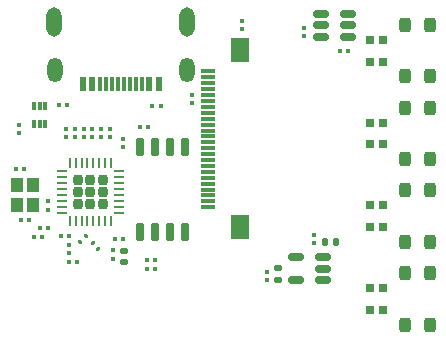
<source format=gbr>
%TF.GenerationSoftware,KiCad,Pcbnew,7.0.10*%
%TF.CreationDate,2024-04-07T01:49:58-04:00*%
%TF.ProjectId,pixie-rev-4,70697869-652d-4726-9576-2d342e6b6963,rev?*%
%TF.SameCoordinates,Original*%
%TF.FileFunction,Paste,Top*%
%TF.FilePolarity,Positive*%
%FSLAX46Y46*%
G04 Gerber Fmt 4.6, Leading zero omitted, Abs format (unit mm)*
G04 Created by KiCad (PCBNEW 7.0.10) date 2024-04-07 01:49:58*
%MOMM*%
%LPD*%
G01*
G04 APERTURE LIST*
G04 Aperture macros list*
%AMRoundRect*
0 Rectangle with rounded corners*
0 $1 Rounding radius*
0 $2 $3 $4 $5 $6 $7 $8 $9 X,Y pos of 4 corners*
0 Add a 4 corners polygon primitive as box body*
4,1,4,$2,$3,$4,$5,$6,$7,$8,$9,$2,$3,0*
0 Add four circle primitives for the rounded corners*
1,1,$1+$1,$2,$3*
1,1,$1+$1,$4,$5*
1,1,$1+$1,$6,$7*
1,1,$1+$1,$8,$9*
0 Add four rect primitives between the rounded corners*
20,1,$1+$1,$2,$3,$4,$5,0*
20,1,$1+$1,$4,$5,$6,$7,0*
20,1,$1+$1,$6,$7,$8,$9,0*
20,1,$1+$1,$8,$9,$2,$3,0*%
G04 Aperture macros list end*
%ADD10RoundRect,0.079500X-0.100500X0.079500X-0.100500X-0.079500X0.100500X-0.079500X0.100500X0.079500X0*%
%ADD11RoundRect,0.079500X0.079500X0.100500X-0.079500X0.100500X-0.079500X-0.100500X0.079500X-0.100500X0*%
%ADD12RoundRect,0.079500X-0.127279X-0.014849X-0.014849X-0.127279X0.127279X0.014849X0.014849X0.127279X0*%
%ADD13RoundRect,0.079500X-0.014849X0.127279X-0.127279X0.014849X0.014849X-0.127279X0.127279X-0.014849X0*%
%ADD14RoundRect,0.237500X-0.237500X0.387500X-0.237500X-0.387500X0.237500X-0.387500X0.237500X0.387500X0*%
%ADD15R,0.600000X1.160000*%
%ADD16R,0.300000X1.160000*%
%ADD17O,1.300000X2.100000*%
%ADD18O,1.300000X2.500000*%
%ADD19RoundRect,0.079500X0.100500X-0.079500X0.100500X0.079500X-0.100500X0.079500X-0.100500X-0.079500X0*%
%ADD20RoundRect,0.140000X-0.170000X0.140000X-0.170000X-0.140000X0.170000X-0.140000X0.170000X0.140000X0*%
%ADD21R,0.700000X0.700000*%
%ADD22RoundRect,0.079500X-0.079500X-0.100500X0.079500X-0.100500X0.079500X0.100500X-0.079500X0.100500X0*%
%ADD23R,1.300000X0.300000*%
%ADD24R,1.600000X2.000000*%
%ADD25R,0.340000X0.700000*%
%ADD26RoundRect,0.207500X0.207500X-0.207500X0.207500X0.207500X-0.207500X0.207500X-0.207500X-0.207500X0*%
%ADD27RoundRect,0.062500X0.062500X-0.375000X0.062500X0.375000X-0.062500X0.375000X-0.062500X-0.375000X0*%
%ADD28RoundRect,0.062500X0.375000X-0.062500X0.375000X0.062500X-0.375000X0.062500X-0.375000X-0.062500X0*%
%ADD29RoundRect,0.140000X0.170000X-0.140000X0.170000X0.140000X-0.170000X0.140000X-0.170000X-0.140000X0*%
%ADD30RoundRect,0.150000X0.150000X-0.650000X0.150000X0.650000X-0.150000X0.650000X-0.150000X-0.650000X0*%
%ADD31RoundRect,0.140000X-0.140000X-0.170000X0.140000X-0.170000X0.140000X0.170000X-0.140000X0.170000X0*%
%ADD32RoundRect,0.150000X0.512500X0.150000X-0.512500X0.150000X-0.512500X-0.150000X0.512500X-0.150000X0*%
%ADD33R,1.000000X1.150000*%
G04 APERTURE END LIST*
D10*
%TO.C,C13*%
X109700000Y-91400000D03*
X109700000Y-92090000D03*
%TD*%
D11*
%TO.C,C15*%
X110570000Y-90475000D03*
X109880000Y-90475000D03*
%TD*%
D12*
%TO.C,L2*%
X107982322Y-90782322D03*
X108470226Y-91270226D03*
%TD*%
D11*
%TO.C,C9*%
X102600000Y-88850000D03*
X101910000Y-88850000D03*
%TD*%
D13*
%TO.C,C11*%
X107443952Y-90206048D03*
X106956048Y-90693952D03*
%TD*%
D14*
%TO.C,SW3*%
X136575000Y-86325000D03*
X136575000Y-90675000D03*
X134425000Y-86325000D03*
X134425000Y-90675000D03*
%TD*%
D15*
%TO.C,J1*%
X113580000Y-77280000D03*
X112780000Y-77280000D03*
D16*
X111630000Y-77280000D03*
X110630000Y-77280000D03*
X110130000Y-77280000D03*
X109130000Y-77280000D03*
D15*
X107980000Y-77280000D03*
X107180000Y-77280000D03*
X107180000Y-77280000D03*
X107980000Y-77280000D03*
D16*
X108630000Y-77280000D03*
X109630000Y-77280000D03*
X111130000Y-77280000D03*
X112130000Y-77280000D03*
D15*
X112780000Y-77280000D03*
X113580000Y-77280000D03*
D17*
X115980000Y-76100000D03*
D18*
X116000000Y-72100000D03*
D17*
X104780000Y-76100000D03*
D18*
X104760000Y-72100000D03*
%TD*%
D11*
%TO.C,C12*%
X104250000Y-89525000D03*
X103560000Y-89525000D03*
%TD*%
D10*
%TO.C,R7*%
X105725000Y-81130000D03*
X105725000Y-81820000D03*
%TD*%
D11*
%TO.C,C7*%
X113245000Y-93000000D03*
X112555000Y-93000000D03*
%TD*%
D19*
%TO.C,C3*%
X122750000Y-93945000D03*
X122750000Y-93255000D03*
%TD*%
D10*
%TO.C,C18*%
X116400000Y-78260000D03*
X116400000Y-78950000D03*
%TD*%
D11*
%TO.C,R2*%
X113750000Y-79175000D03*
X113060000Y-79175000D03*
%TD*%
D14*
%TO.C,SW1*%
X136575000Y-72325000D03*
X136575000Y-76675000D03*
X134425000Y-72325000D03*
X134425000Y-76675000D03*
%TD*%
D20*
%TO.C,C17*%
X110625000Y-91450000D03*
X110625000Y-92410000D03*
%TD*%
D21*
%TO.C,D2*%
X131500000Y-82410000D03*
X132600000Y-82410000D03*
X132600000Y-80580000D03*
X131500000Y-80580000D03*
%TD*%
D10*
%TO.C,R8*%
X109475000Y-81135000D03*
X109475000Y-81825000D03*
%TD*%
%TO.C,R9*%
X106475000Y-81135000D03*
X106475000Y-81825000D03*
%TD*%
D22*
%TO.C,R1*%
X105105000Y-79100000D03*
X105795000Y-79100000D03*
%TD*%
D19*
%TO.C,R11*%
X101750000Y-81475000D03*
X101750000Y-80785000D03*
%TD*%
D10*
%TO.C,R5*%
X107975000Y-81135000D03*
X107975000Y-81825000D03*
%TD*%
D11*
%TO.C,C14*%
X103725000Y-90300000D03*
X103035000Y-90300000D03*
%TD*%
D23*
%TO.C,J2*%
X117750000Y-87750000D03*
X117750000Y-87250000D03*
X117750000Y-86750000D03*
X117750000Y-86250000D03*
X117750000Y-85750000D03*
X117750000Y-85250000D03*
X117750000Y-84750000D03*
X117750000Y-84250000D03*
X117750000Y-83750000D03*
X117750000Y-83250000D03*
X117750000Y-82750000D03*
X117750000Y-82250000D03*
X117750000Y-81750000D03*
X117750000Y-81250000D03*
X117750000Y-80750000D03*
X117750000Y-80250000D03*
X117750000Y-79750000D03*
X117750000Y-79250000D03*
X117750000Y-78750000D03*
X117750000Y-78250000D03*
X117750000Y-77750000D03*
X117750000Y-77250000D03*
X117750000Y-76750000D03*
X117750000Y-76250000D03*
D24*
X120450000Y-89450000D03*
X120450000Y-74460000D03*
%TD*%
D22*
%TO.C,C10*%
X111995000Y-80970000D03*
X112685000Y-80970000D03*
%TD*%
D14*
%TO.C,SW2*%
X136575000Y-79325000D03*
X136575000Y-83675000D03*
X134425000Y-79325000D03*
X134425000Y-83675000D03*
%TD*%
D10*
%TO.C,R6*%
X107225000Y-81135000D03*
X107225000Y-81825000D03*
%TD*%
D21*
%TO.C,D4*%
X131500000Y-96410000D03*
X132600000Y-96410000D03*
X132600000Y-94580000D03*
X131500000Y-94580000D03*
%TD*%
D10*
%TO.C,R10*%
X108725000Y-81135000D03*
X108725000Y-81825000D03*
%TD*%
D11*
%TO.C,C20*%
X129600000Y-74550000D03*
X128910000Y-74550000D03*
%TD*%
D19*
%TO.C,R12*%
X120600000Y-72645000D03*
X120600000Y-71955000D03*
%TD*%
D25*
%TO.C,U1*%
X103000000Y-80700000D03*
X103500000Y-80700000D03*
X104000000Y-80700000D03*
X104000000Y-79200000D03*
X103500000Y-79200000D03*
X103000000Y-79200000D03*
%TD*%
D26*
%TO.C,U4*%
X106770000Y-87480000D03*
X107800000Y-87480000D03*
X108830000Y-87480000D03*
X106770000Y-86450000D03*
X107800000Y-86450000D03*
X108830000Y-86450000D03*
X106770000Y-85420000D03*
X107800000Y-85420000D03*
X108830000Y-85420000D03*
D27*
X106050000Y-88887500D03*
X106550000Y-88887500D03*
X107050000Y-88887500D03*
X107550000Y-88887500D03*
X108050000Y-88887500D03*
X108550000Y-88887500D03*
X109050000Y-88887500D03*
X109550000Y-88887500D03*
D28*
X110237500Y-88200000D03*
X110237500Y-87700000D03*
X110237500Y-87200000D03*
X110237500Y-86700000D03*
X110237500Y-86200000D03*
X110237500Y-85700000D03*
X110237500Y-85200000D03*
X110237500Y-84700000D03*
D27*
X109550000Y-84012500D03*
X109050000Y-84012500D03*
X108550000Y-84012500D03*
X108050000Y-84012500D03*
X107550000Y-84012500D03*
X107050000Y-84012500D03*
X106550000Y-84012500D03*
X106050000Y-84012500D03*
D28*
X105362500Y-84700000D03*
X105362500Y-85200000D03*
X105362500Y-85700000D03*
X105362500Y-86200000D03*
X105362500Y-86700000D03*
X105362500Y-87200000D03*
X105362500Y-87700000D03*
X105362500Y-88200000D03*
%TD*%
D22*
%TO.C,C8*%
X106005000Y-92400000D03*
X106695000Y-92400000D03*
%TD*%
%TO.C,C6*%
X101510000Y-84550000D03*
X102200000Y-84550000D03*
%TD*%
D19*
%TO.C,C16*%
X110600000Y-82670000D03*
X110600000Y-81980000D03*
%TD*%
D21*
%TO.C,D1*%
X131500000Y-75410000D03*
X132600000Y-75410000D03*
X132600000Y-73580000D03*
X131500000Y-73580000D03*
%TD*%
D10*
%TO.C,L1*%
X106000000Y-90955000D03*
X106000000Y-91645000D03*
%TD*%
D29*
%TO.C,C4*%
X123700000Y-93880000D03*
X123700000Y-92920000D03*
%TD*%
D19*
%TO.C,C19*%
X125900000Y-73275000D03*
X125900000Y-72585000D03*
%TD*%
D30*
%TO.C,U3*%
X111995000Y-89850000D03*
X113265000Y-89850000D03*
X114535000Y-89850000D03*
X115805000Y-89850000D03*
X115805000Y-82650000D03*
X114535000Y-82650000D03*
X113265000Y-82650000D03*
X111995000Y-82650000D03*
%TD*%
D31*
%TO.C,C1*%
X127640000Y-90700000D03*
X128600000Y-90700000D03*
%TD*%
D10*
%TO.C,R4*%
X104200000Y-87255000D03*
X104200000Y-87945000D03*
%TD*%
D32*
%TO.C,U2*%
X127500000Y-93900000D03*
X127500000Y-92950000D03*
X127500000Y-92000000D03*
X125225000Y-92000000D03*
X125225000Y-93900000D03*
%TD*%
D21*
%TO.C,D3*%
X131500000Y-89410000D03*
X132600000Y-89410000D03*
X132600000Y-87580000D03*
X131500000Y-87580000D03*
%TD*%
D14*
%TO.C,SW4*%
X136575000Y-93325000D03*
X136575000Y-97675000D03*
X134425000Y-93325000D03*
X134425000Y-97675000D03*
%TD*%
D33*
%TO.C,Y1*%
X102950000Y-87575000D03*
X102950000Y-85825000D03*
X101550000Y-85825000D03*
X101550000Y-87575000D03*
%TD*%
D19*
%TO.C,C2*%
X126700000Y-90790000D03*
X126700000Y-90100000D03*
%TD*%
D11*
%TO.C,C5*%
X106000000Y-90200000D03*
X105310000Y-90200000D03*
%TD*%
D32*
%TO.C,U5*%
X129600000Y-73300000D03*
X129600000Y-72350000D03*
X129600000Y-71400000D03*
X127325000Y-71400000D03*
X127325000Y-72350000D03*
X127325000Y-73300000D03*
%TD*%
D11*
%TO.C,R3*%
X113245000Y-92200000D03*
X112555000Y-92200000D03*
%TD*%
M02*

</source>
